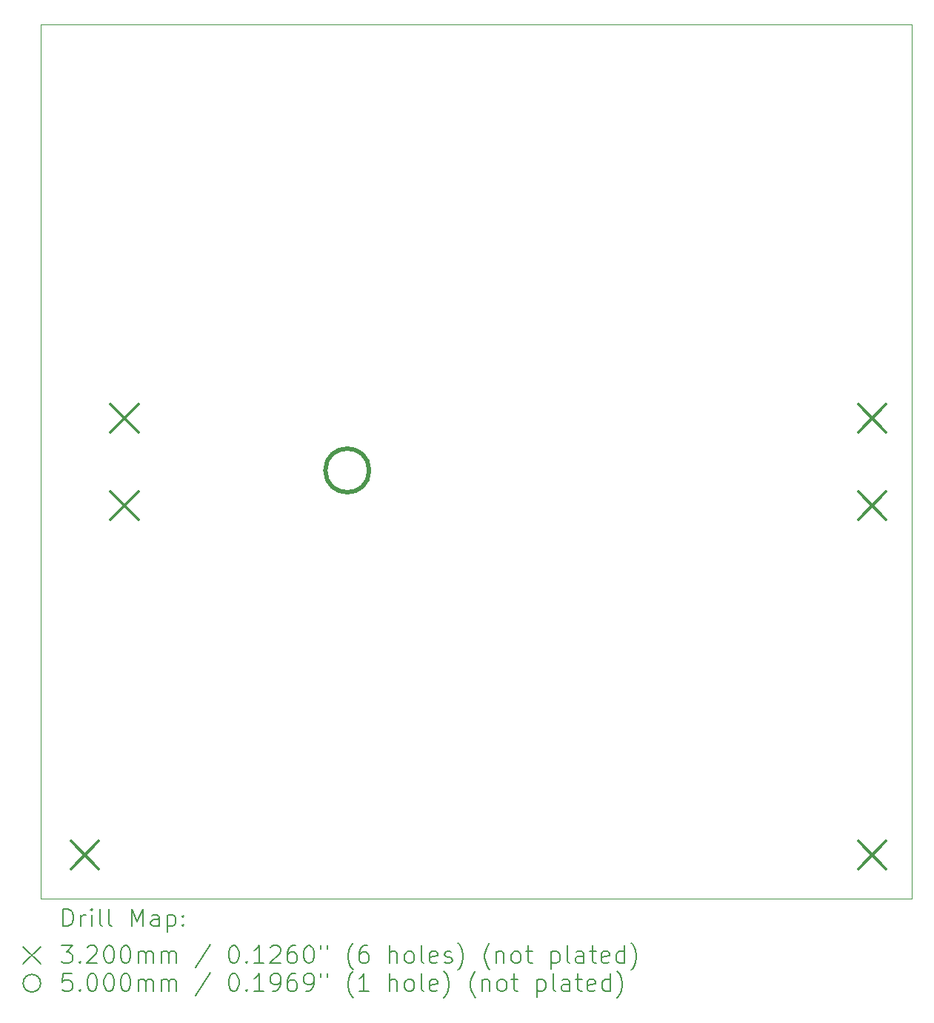
<source format=gbr>
%TF.GenerationSoftware,KiCad,Pcbnew,6.0.8+dfsg-1~bpo11+1+rpt1*%
%TF.CreationDate,2023-02-05T13:31:25+00:00*%
%TF.ProjectId,MaxDC,4d617844-432e-46b6-9963-61645f706362,0.3*%
%TF.SameCoordinates,Original*%
%TF.FileFunction,Drillmap*%
%TF.FilePolarity,Positive*%
%FSLAX45Y45*%
G04 Gerber Fmt 4.5, Leading zero omitted, Abs format (unit mm)*
G04 Created by KiCad (PCBNEW 6.0.8+dfsg-1~bpo11+1+rpt1) date 2023-02-05 13:31:25*
%MOMM*%
%LPD*%
G01*
G04 APERTURE LIST*
%ADD10C,0.100000*%
%ADD11C,0.200000*%
%ADD12C,0.320000*%
%ADD13C,0.500000*%
G04 APERTURE END LIST*
D10*
X19950000Y-15000000D02*
X10000000Y-15000000D01*
X10000000Y-15000000D02*
X10000000Y-5000000D01*
X10000000Y-5000000D02*
X19950000Y-5000000D01*
X19950000Y-5000000D02*
X19950000Y-15000000D01*
D11*
D12*
X10340000Y-14340000D02*
X10660000Y-14660000D01*
X10660000Y-14340000D02*
X10340000Y-14660000D01*
X10790000Y-9340000D02*
X11110000Y-9660000D01*
X11110000Y-9340000D02*
X10790000Y-9660000D01*
X10790000Y-10340000D02*
X11110000Y-10660000D01*
X11110000Y-10340000D02*
X10790000Y-10660000D01*
X19340000Y-9340000D02*
X19660000Y-9660000D01*
X19660000Y-9340000D02*
X19340000Y-9660000D01*
X19340000Y-10340000D02*
X19660000Y-10660000D01*
X19660000Y-10340000D02*
X19340000Y-10660000D01*
X19340000Y-14340000D02*
X19660000Y-14660000D01*
X19660000Y-14340000D02*
X19340000Y-14660000D01*
D13*
X13750000Y-10100000D02*
G75*
G03*
X13750000Y-10100000I-250000J0D01*
G01*
D11*
X10252619Y-15315476D02*
X10252619Y-15115476D01*
X10300238Y-15115476D01*
X10328810Y-15125000D01*
X10347857Y-15144048D01*
X10357381Y-15163095D01*
X10366905Y-15201190D01*
X10366905Y-15229762D01*
X10357381Y-15267857D01*
X10347857Y-15286905D01*
X10328810Y-15305952D01*
X10300238Y-15315476D01*
X10252619Y-15315476D01*
X10452619Y-15315476D02*
X10452619Y-15182143D01*
X10452619Y-15220238D02*
X10462143Y-15201190D01*
X10471667Y-15191667D01*
X10490714Y-15182143D01*
X10509762Y-15182143D01*
X10576429Y-15315476D02*
X10576429Y-15182143D01*
X10576429Y-15115476D02*
X10566905Y-15125000D01*
X10576429Y-15134524D01*
X10585952Y-15125000D01*
X10576429Y-15115476D01*
X10576429Y-15134524D01*
X10700238Y-15315476D02*
X10681190Y-15305952D01*
X10671667Y-15286905D01*
X10671667Y-15115476D01*
X10805000Y-15315476D02*
X10785952Y-15305952D01*
X10776429Y-15286905D01*
X10776429Y-15115476D01*
X11033571Y-15315476D02*
X11033571Y-15115476D01*
X11100238Y-15258333D01*
X11166905Y-15115476D01*
X11166905Y-15315476D01*
X11347857Y-15315476D02*
X11347857Y-15210714D01*
X11338333Y-15191667D01*
X11319286Y-15182143D01*
X11281190Y-15182143D01*
X11262143Y-15191667D01*
X11347857Y-15305952D02*
X11328809Y-15315476D01*
X11281190Y-15315476D01*
X11262143Y-15305952D01*
X11252619Y-15286905D01*
X11252619Y-15267857D01*
X11262143Y-15248809D01*
X11281190Y-15239286D01*
X11328809Y-15239286D01*
X11347857Y-15229762D01*
X11443095Y-15182143D02*
X11443095Y-15382143D01*
X11443095Y-15191667D02*
X11462143Y-15182143D01*
X11500238Y-15182143D01*
X11519286Y-15191667D01*
X11528809Y-15201190D01*
X11538333Y-15220238D01*
X11538333Y-15277381D01*
X11528809Y-15296428D01*
X11519286Y-15305952D01*
X11500238Y-15315476D01*
X11462143Y-15315476D01*
X11443095Y-15305952D01*
X11624048Y-15296428D02*
X11633571Y-15305952D01*
X11624048Y-15315476D01*
X11614524Y-15305952D01*
X11624048Y-15296428D01*
X11624048Y-15315476D01*
X11624048Y-15191667D02*
X11633571Y-15201190D01*
X11624048Y-15210714D01*
X11614524Y-15201190D01*
X11624048Y-15191667D01*
X11624048Y-15210714D01*
X9795000Y-15545000D02*
X9995000Y-15745000D01*
X9995000Y-15545000D02*
X9795000Y-15745000D01*
X10233571Y-15535476D02*
X10357381Y-15535476D01*
X10290714Y-15611667D01*
X10319286Y-15611667D01*
X10338333Y-15621190D01*
X10347857Y-15630714D01*
X10357381Y-15649762D01*
X10357381Y-15697381D01*
X10347857Y-15716428D01*
X10338333Y-15725952D01*
X10319286Y-15735476D01*
X10262143Y-15735476D01*
X10243095Y-15725952D01*
X10233571Y-15716428D01*
X10443095Y-15716428D02*
X10452619Y-15725952D01*
X10443095Y-15735476D01*
X10433571Y-15725952D01*
X10443095Y-15716428D01*
X10443095Y-15735476D01*
X10528810Y-15554524D02*
X10538333Y-15545000D01*
X10557381Y-15535476D01*
X10605000Y-15535476D01*
X10624048Y-15545000D01*
X10633571Y-15554524D01*
X10643095Y-15573571D01*
X10643095Y-15592619D01*
X10633571Y-15621190D01*
X10519286Y-15735476D01*
X10643095Y-15735476D01*
X10766905Y-15535476D02*
X10785952Y-15535476D01*
X10805000Y-15545000D01*
X10814524Y-15554524D01*
X10824048Y-15573571D01*
X10833571Y-15611667D01*
X10833571Y-15659286D01*
X10824048Y-15697381D01*
X10814524Y-15716428D01*
X10805000Y-15725952D01*
X10785952Y-15735476D01*
X10766905Y-15735476D01*
X10747857Y-15725952D01*
X10738333Y-15716428D01*
X10728810Y-15697381D01*
X10719286Y-15659286D01*
X10719286Y-15611667D01*
X10728810Y-15573571D01*
X10738333Y-15554524D01*
X10747857Y-15545000D01*
X10766905Y-15535476D01*
X10957381Y-15535476D02*
X10976429Y-15535476D01*
X10995476Y-15545000D01*
X11005000Y-15554524D01*
X11014524Y-15573571D01*
X11024048Y-15611667D01*
X11024048Y-15659286D01*
X11014524Y-15697381D01*
X11005000Y-15716428D01*
X10995476Y-15725952D01*
X10976429Y-15735476D01*
X10957381Y-15735476D01*
X10938333Y-15725952D01*
X10928810Y-15716428D01*
X10919286Y-15697381D01*
X10909762Y-15659286D01*
X10909762Y-15611667D01*
X10919286Y-15573571D01*
X10928810Y-15554524D01*
X10938333Y-15545000D01*
X10957381Y-15535476D01*
X11109762Y-15735476D02*
X11109762Y-15602143D01*
X11109762Y-15621190D02*
X11119286Y-15611667D01*
X11138333Y-15602143D01*
X11166905Y-15602143D01*
X11185952Y-15611667D01*
X11195476Y-15630714D01*
X11195476Y-15735476D01*
X11195476Y-15630714D02*
X11205000Y-15611667D01*
X11224048Y-15602143D01*
X11252619Y-15602143D01*
X11271667Y-15611667D01*
X11281190Y-15630714D01*
X11281190Y-15735476D01*
X11376428Y-15735476D02*
X11376428Y-15602143D01*
X11376428Y-15621190D02*
X11385952Y-15611667D01*
X11405000Y-15602143D01*
X11433571Y-15602143D01*
X11452619Y-15611667D01*
X11462143Y-15630714D01*
X11462143Y-15735476D01*
X11462143Y-15630714D02*
X11471667Y-15611667D01*
X11490714Y-15602143D01*
X11519286Y-15602143D01*
X11538333Y-15611667D01*
X11547857Y-15630714D01*
X11547857Y-15735476D01*
X11938333Y-15525952D02*
X11766905Y-15783095D01*
X12195476Y-15535476D02*
X12214524Y-15535476D01*
X12233571Y-15545000D01*
X12243095Y-15554524D01*
X12252619Y-15573571D01*
X12262143Y-15611667D01*
X12262143Y-15659286D01*
X12252619Y-15697381D01*
X12243095Y-15716428D01*
X12233571Y-15725952D01*
X12214524Y-15735476D01*
X12195476Y-15735476D01*
X12176428Y-15725952D01*
X12166905Y-15716428D01*
X12157381Y-15697381D01*
X12147857Y-15659286D01*
X12147857Y-15611667D01*
X12157381Y-15573571D01*
X12166905Y-15554524D01*
X12176428Y-15545000D01*
X12195476Y-15535476D01*
X12347857Y-15716428D02*
X12357381Y-15725952D01*
X12347857Y-15735476D01*
X12338333Y-15725952D01*
X12347857Y-15716428D01*
X12347857Y-15735476D01*
X12547857Y-15735476D02*
X12433571Y-15735476D01*
X12490714Y-15735476D02*
X12490714Y-15535476D01*
X12471667Y-15564048D01*
X12452619Y-15583095D01*
X12433571Y-15592619D01*
X12624048Y-15554524D02*
X12633571Y-15545000D01*
X12652619Y-15535476D01*
X12700238Y-15535476D01*
X12719286Y-15545000D01*
X12728809Y-15554524D01*
X12738333Y-15573571D01*
X12738333Y-15592619D01*
X12728809Y-15621190D01*
X12614524Y-15735476D01*
X12738333Y-15735476D01*
X12909762Y-15535476D02*
X12871667Y-15535476D01*
X12852619Y-15545000D01*
X12843095Y-15554524D01*
X12824048Y-15583095D01*
X12814524Y-15621190D01*
X12814524Y-15697381D01*
X12824048Y-15716428D01*
X12833571Y-15725952D01*
X12852619Y-15735476D01*
X12890714Y-15735476D01*
X12909762Y-15725952D01*
X12919286Y-15716428D01*
X12928809Y-15697381D01*
X12928809Y-15649762D01*
X12919286Y-15630714D01*
X12909762Y-15621190D01*
X12890714Y-15611667D01*
X12852619Y-15611667D01*
X12833571Y-15621190D01*
X12824048Y-15630714D01*
X12814524Y-15649762D01*
X13052619Y-15535476D02*
X13071667Y-15535476D01*
X13090714Y-15545000D01*
X13100238Y-15554524D01*
X13109762Y-15573571D01*
X13119286Y-15611667D01*
X13119286Y-15659286D01*
X13109762Y-15697381D01*
X13100238Y-15716428D01*
X13090714Y-15725952D01*
X13071667Y-15735476D01*
X13052619Y-15735476D01*
X13033571Y-15725952D01*
X13024048Y-15716428D01*
X13014524Y-15697381D01*
X13005000Y-15659286D01*
X13005000Y-15611667D01*
X13014524Y-15573571D01*
X13024048Y-15554524D01*
X13033571Y-15545000D01*
X13052619Y-15535476D01*
X13195476Y-15535476D02*
X13195476Y-15573571D01*
X13271667Y-15535476D02*
X13271667Y-15573571D01*
X13566905Y-15811667D02*
X13557381Y-15802143D01*
X13538333Y-15773571D01*
X13528809Y-15754524D01*
X13519286Y-15725952D01*
X13509762Y-15678333D01*
X13509762Y-15640238D01*
X13519286Y-15592619D01*
X13528809Y-15564048D01*
X13538333Y-15545000D01*
X13557381Y-15516428D01*
X13566905Y-15506905D01*
X13728809Y-15535476D02*
X13690714Y-15535476D01*
X13671667Y-15545000D01*
X13662143Y-15554524D01*
X13643095Y-15583095D01*
X13633571Y-15621190D01*
X13633571Y-15697381D01*
X13643095Y-15716428D01*
X13652619Y-15725952D01*
X13671667Y-15735476D01*
X13709762Y-15735476D01*
X13728809Y-15725952D01*
X13738333Y-15716428D01*
X13747857Y-15697381D01*
X13747857Y-15649762D01*
X13738333Y-15630714D01*
X13728809Y-15621190D01*
X13709762Y-15611667D01*
X13671667Y-15611667D01*
X13652619Y-15621190D01*
X13643095Y-15630714D01*
X13633571Y-15649762D01*
X13985952Y-15735476D02*
X13985952Y-15535476D01*
X14071667Y-15735476D02*
X14071667Y-15630714D01*
X14062143Y-15611667D01*
X14043095Y-15602143D01*
X14014524Y-15602143D01*
X13995476Y-15611667D01*
X13985952Y-15621190D01*
X14195476Y-15735476D02*
X14176428Y-15725952D01*
X14166905Y-15716428D01*
X14157381Y-15697381D01*
X14157381Y-15640238D01*
X14166905Y-15621190D01*
X14176428Y-15611667D01*
X14195476Y-15602143D01*
X14224048Y-15602143D01*
X14243095Y-15611667D01*
X14252619Y-15621190D01*
X14262143Y-15640238D01*
X14262143Y-15697381D01*
X14252619Y-15716428D01*
X14243095Y-15725952D01*
X14224048Y-15735476D01*
X14195476Y-15735476D01*
X14376428Y-15735476D02*
X14357381Y-15725952D01*
X14347857Y-15706905D01*
X14347857Y-15535476D01*
X14528809Y-15725952D02*
X14509762Y-15735476D01*
X14471667Y-15735476D01*
X14452619Y-15725952D01*
X14443095Y-15706905D01*
X14443095Y-15630714D01*
X14452619Y-15611667D01*
X14471667Y-15602143D01*
X14509762Y-15602143D01*
X14528809Y-15611667D01*
X14538333Y-15630714D01*
X14538333Y-15649762D01*
X14443095Y-15668809D01*
X14614524Y-15725952D02*
X14633571Y-15735476D01*
X14671667Y-15735476D01*
X14690714Y-15725952D01*
X14700238Y-15706905D01*
X14700238Y-15697381D01*
X14690714Y-15678333D01*
X14671667Y-15668809D01*
X14643095Y-15668809D01*
X14624048Y-15659286D01*
X14614524Y-15640238D01*
X14614524Y-15630714D01*
X14624048Y-15611667D01*
X14643095Y-15602143D01*
X14671667Y-15602143D01*
X14690714Y-15611667D01*
X14766905Y-15811667D02*
X14776428Y-15802143D01*
X14795476Y-15773571D01*
X14805000Y-15754524D01*
X14814524Y-15725952D01*
X14824048Y-15678333D01*
X14824048Y-15640238D01*
X14814524Y-15592619D01*
X14805000Y-15564048D01*
X14795476Y-15545000D01*
X14776428Y-15516428D01*
X14766905Y-15506905D01*
X15128809Y-15811667D02*
X15119286Y-15802143D01*
X15100238Y-15773571D01*
X15090714Y-15754524D01*
X15081190Y-15725952D01*
X15071667Y-15678333D01*
X15071667Y-15640238D01*
X15081190Y-15592619D01*
X15090714Y-15564048D01*
X15100238Y-15545000D01*
X15119286Y-15516428D01*
X15128809Y-15506905D01*
X15205000Y-15602143D02*
X15205000Y-15735476D01*
X15205000Y-15621190D02*
X15214524Y-15611667D01*
X15233571Y-15602143D01*
X15262143Y-15602143D01*
X15281190Y-15611667D01*
X15290714Y-15630714D01*
X15290714Y-15735476D01*
X15414524Y-15735476D02*
X15395476Y-15725952D01*
X15385952Y-15716428D01*
X15376428Y-15697381D01*
X15376428Y-15640238D01*
X15385952Y-15621190D01*
X15395476Y-15611667D01*
X15414524Y-15602143D01*
X15443095Y-15602143D01*
X15462143Y-15611667D01*
X15471667Y-15621190D01*
X15481190Y-15640238D01*
X15481190Y-15697381D01*
X15471667Y-15716428D01*
X15462143Y-15725952D01*
X15443095Y-15735476D01*
X15414524Y-15735476D01*
X15538333Y-15602143D02*
X15614524Y-15602143D01*
X15566905Y-15535476D02*
X15566905Y-15706905D01*
X15576428Y-15725952D01*
X15595476Y-15735476D01*
X15614524Y-15735476D01*
X15833571Y-15602143D02*
X15833571Y-15802143D01*
X15833571Y-15611667D02*
X15852619Y-15602143D01*
X15890714Y-15602143D01*
X15909762Y-15611667D01*
X15919286Y-15621190D01*
X15928809Y-15640238D01*
X15928809Y-15697381D01*
X15919286Y-15716428D01*
X15909762Y-15725952D01*
X15890714Y-15735476D01*
X15852619Y-15735476D01*
X15833571Y-15725952D01*
X16043095Y-15735476D02*
X16024048Y-15725952D01*
X16014524Y-15706905D01*
X16014524Y-15535476D01*
X16205000Y-15735476D02*
X16205000Y-15630714D01*
X16195476Y-15611667D01*
X16176428Y-15602143D01*
X16138333Y-15602143D01*
X16119286Y-15611667D01*
X16205000Y-15725952D02*
X16185952Y-15735476D01*
X16138333Y-15735476D01*
X16119286Y-15725952D01*
X16109762Y-15706905D01*
X16109762Y-15687857D01*
X16119286Y-15668809D01*
X16138333Y-15659286D01*
X16185952Y-15659286D01*
X16205000Y-15649762D01*
X16271667Y-15602143D02*
X16347857Y-15602143D01*
X16300238Y-15535476D02*
X16300238Y-15706905D01*
X16309762Y-15725952D01*
X16328809Y-15735476D01*
X16347857Y-15735476D01*
X16490714Y-15725952D02*
X16471667Y-15735476D01*
X16433571Y-15735476D01*
X16414524Y-15725952D01*
X16405000Y-15706905D01*
X16405000Y-15630714D01*
X16414524Y-15611667D01*
X16433571Y-15602143D01*
X16471667Y-15602143D01*
X16490714Y-15611667D01*
X16500238Y-15630714D01*
X16500238Y-15649762D01*
X16405000Y-15668809D01*
X16671667Y-15735476D02*
X16671667Y-15535476D01*
X16671667Y-15725952D02*
X16652619Y-15735476D01*
X16614524Y-15735476D01*
X16595476Y-15725952D01*
X16585952Y-15716428D01*
X16576428Y-15697381D01*
X16576428Y-15640238D01*
X16585952Y-15621190D01*
X16595476Y-15611667D01*
X16614524Y-15602143D01*
X16652619Y-15602143D01*
X16671667Y-15611667D01*
X16747857Y-15811667D02*
X16757381Y-15802143D01*
X16776428Y-15773571D01*
X16785952Y-15754524D01*
X16795476Y-15725952D01*
X16805000Y-15678333D01*
X16805000Y-15640238D01*
X16795476Y-15592619D01*
X16785952Y-15564048D01*
X16776428Y-15545000D01*
X16757381Y-15516428D01*
X16747857Y-15506905D01*
X9995000Y-15965000D02*
G75*
G03*
X9995000Y-15965000I-100000J0D01*
G01*
X10347857Y-15855476D02*
X10252619Y-15855476D01*
X10243095Y-15950714D01*
X10252619Y-15941190D01*
X10271667Y-15931667D01*
X10319286Y-15931667D01*
X10338333Y-15941190D01*
X10347857Y-15950714D01*
X10357381Y-15969762D01*
X10357381Y-16017381D01*
X10347857Y-16036428D01*
X10338333Y-16045952D01*
X10319286Y-16055476D01*
X10271667Y-16055476D01*
X10252619Y-16045952D01*
X10243095Y-16036428D01*
X10443095Y-16036428D02*
X10452619Y-16045952D01*
X10443095Y-16055476D01*
X10433571Y-16045952D01*
X10443095Y-16036428D01*
X10443095Y-16055476D01*
X10576429Y-15855476D02*
X10595476Y-15855476D01*
X10614524Y-15865000D01*
X10624048Y-15874524D01*
X10633571Y-15893571D01*
X10643095Y-15931667D01*
X10643095Y-15979286D01*
X10633571Y-16017381D01*
X10624048Y-16036428D01*
X10614524Y-16045952D01*
X10595476Y-16055476D01*
X10576429Y-16055476D01*
X10557381Y-16045952D01*
X10547857Y-16036428D01*
X10538333Y-16017381D01*
X10528810Y-15979286D01*
X10528810Y-15931667D01*
X10538333Y-15893571D01*
X10547857Y-15874524D01*
X10557381Y-15865000D01*
X10576429Y-15855476D01*
X10766905Y-15855476D02*
X10785952Y-15855476D01*
X10805000Y-15865000D01*
X10814524Y-15874524D01*
X10824048Y-15893571D01*
X10833571Y-15931667D01*
X10833571Y-15979286D01*
X10824048Y-16017381D01*
X10814524Y-16036428D01*
X10805000Y-16045952D01*
X10785952Y-16055476D01*
X10766905Y-16055476D01*
X10747857Y-16045952D01*
X10738333Y-16036428D01*
X10728810Y-16017381D01*
X10719286Y-15979286D01*
X10719286Y-15931667D01*
X10728810Y-15893571D01*
X10738333Y-15874524D01*
X10747857Y-15865000D01*
X10766905Y-15855476D01*
X10957381Y-15855476D02*
X10976429Y-15855476D01*
X10995476Y-15865000D01*
X11005000Y-15874524D01*
X11014524Y-15893571D01*
X11024048Y-15931667D01*
X11024048Y-15979286D01*
X11014524Y-16017381D01*
X11005000Y-16036428D01*
X10995476Y-16045952D01*
X10976429Y-16055476D01*
X10957381Y-16055476D01*
X10938333Y-16045952D01*
X10928810Y-16036428D01*
X10919286Y-16017381D01*
X10909762Y-15979286D01*
X10909762Y-15931667D01*
X10919286Y-15893571D01*
X10928810Y-15874524D01*
X10938333Y-15865000D01*
X10957381Y-15855476D01*
X11109762Y-16055476D02*
X11109762Y-15922143D01*
X11109762Y-15941190D02*
X11119286Y-15931667D01*
X11138333Y-15922143D01*
X11166905Y-15922143D01*
X11185952Y-15931667D01*
X11195476Y-15950714D01*
X11195476Y-16055476D01*
X11195476Y-15950714D02*
X11205000Y-15931667D01*
X11224048Y-15922143D01*
X11252619Y-15922143D01*
X11271667Y-15931667D01*
X11281190Y-15950714D01*
X11281190Y-16055476D01*
X11376428Y-16055476D02*
X11376428Y-15922143D01*
X11376428Y-15941190D02*
X11385952Y-15931667D01*
X11405000Y-15922143D01*
X11433571Y-15922143D01*
X11452619Y-15931667D01*
X11462143Y-15950714D01*
X11462143Y-16055476D01*
X11462143Y-15950714D02*
X11471667Y-15931667D01*
X11490714Y-15922143D01*
X11519286Y-15922143D01*
X11538333Y-15931667D01*
X11547857Y-15950714D01*
X11547857Y-16055476D01*
X11938333Y-15845952D02*
X11766905Y-16103095D01*
X12195476Y-15855476D02*
X12214524Y-15855476D01*
X12233571Y-15865000D01*
X12243095Y-15874524D01*
X12252619Y-15893571D01*
X12262143Y-15931667D01*
X12262143Y-15979286D01*
X12252619Y-16017381D01*
X12243095Y-16036428D01*
X12233571Y-16045952D01*
X12214524Y-16055476D01*
X12195476Y-16055476D01*
X12176428Y-16045952D01*
X12166905Y-16036428D01*
X12157381Y-16017381D01*
X12147857Y-15979286D01*
X12147857Y-15931667D01*
X12157381Y-15893571D01*
X12166905Y-15874524D01*
X12176428Y-15865000D01*
X12195476Y-15855476D01*
X12347857Y-16036428D02*
X12357381Y-16045952D01*
X12347857Y-16055476D01*
X12338333Y-16045952D01*
X12347857Y-16036428D01*
X12347857Y-16055476D01*
X12547857Y-16055476D02*
X12433571Y-16055476D01*
X12490714Y-16055476D02*
X12490714Y-15855476D01*
X12471667Y-15884048D01*
X12452619Y-15903095D01*
X12433571Y-15912619D01*
X12643095Y-16055476D02*
X12681190Y-16055476D01*
X12700238Y-16045952D01*
X12709762Y-16036428D01*
X12728809Y-16007857D01*
X12738333Y-15969762D01*
X12738333Y-15893571D01*
X12728809Y-15874524D01*
X12719286Y-15865000D01*
X12700238Y-15855476D01*
X12662143Y-15855476D01*
X12643095Y-15865000D01*
X12633571Y-15874524D01*
X12624048Y-15893571D01*
X12624048Y-15941190D01*
X12633571Y-15960238D01*
X12643095Y-15969762D01*
X12662143Y-15979286D01*
X12700238Y-15979286D01*
X12719286Y-15969762D01*
X12728809Y-15960238D01*
X12738333Y-15941190D01*
X12909762Y-15855476D02*
X12871667Y-15855476D01*
X12852619Y-15865000D01*
X12843095Y-15874524D01*
X12824048Y-15903095D01*
X12814524Y-15941190D01*
X12814524Y-16017381D01*
X12824048Y-16036428D01*
X12833571Y-16045952D01*
X12852619Y-16055476D01*
X12890714Y-16055476D01*
X12909762Y-16045952D01*
X12919286Y-16036428D01*
X12928809Y-16017381D01*
X12928809Y-15969762D01*
X12919286Y-15950714D01*
X12909762Y-15941190D01*
X12890714Y-15931667D01*
X12852619Y-15931667D01*
X12833571Y-15941190D01*
X12824048Y-15950714D01*
X12814524Y-15969762D01*
X13024048Y-16055476D02*
X13062143Y-16055476D01*
X13081190Y-16045952D01*
X13090714Y-16036428D01*
X13109762Y-16007857D01*
X13119286Y-15969762D01*
X13119286Y-15893571D01*
X13109762Y-15874524D01*
X13100238Y-15865000D01*
X13081190Y-15855476D01*
X13043095Y-15855476D01*
X13024048Y-15865000D01*
X13014524Y-15874524D01*
X13005000Y-15893571D01*
X13005000Y-15941190D01*
X13014524Y-15960238D01*
X13024048Y-15969762D01*
X13043095Y-15979286D01*
X13081190Y-15979286D01*
X13100238Y-15969762D01*
X13109762Y-15960238D01*
X13119286Y-15941190D01*
X13195476Y-15855476D02*
X13195476Y-15893571D01*
X13271667Y-15855476D02*
X13271667Y-15893571D01*
X13566905Y-16131667D02*
X13557381Y-16122143D01*
X13538333Y-16093571D01*
X13528809Y-16074524D01*
X13519286Y-16045952D01*
X13509762Y-15998333D01*
X13509762Y-15960238D01*
X13519286Y-15912619D01*
X13528809Y-15884048D01*
X13538333Y-15865000D01*
X13557381Y-15836428D01*
X13566905Y-15826905D01*
X13747857Y-16055476D02*
X13633571Y-16055476D01*
X13690714Y-16055476D02*
X13690714Y-15855476D01*
X13671667Y-15884048D01*
X13652619Y-15903095D01*
X13633571Y-15912619D01*
X13985952Y-16055476D02*
X13985952Y-15855476D01*
X14071667Y-16055476D02*
X14071667Y-15950714D01*
X14062143Y-15931667D01*
X14043095Y-15922143D01*
X14014524Y-15922143D01*
X13995476Y-15931667D01*
X13985952Y-15941190D01*
X14195476Y-16055476D02*
X14176428Y-16045952D01*
X14166905Y-16036428D01*
X14157381Y-16017381D01*
X14157381Y-15960238D01*
X14166905Y-15941190D01*
X14176428Y-15931667D01*
X14195476Y-15922143D01*
X14224048Y-15922143D01*
X14243095Y-15931667D01*
X14252619Y-15941190D01*
X14262143Y-15960238D01*
X14262143Y-16017381D01*
X14252619Y-16036428D01*
X14243095Y-16045952D01*
X14224048Y-16055476D01*
X14195476Y-16055476D01*
X14376428Y-16055476D02*
X14357381Y-16045952D01*
X14347857Y-16026905D01*
X14347857Y-15855476D01*
X14528809Y-16045952D02*
X14509762Y-16055476D01*
X14471667Y-16055476D01*
X14452619Y-16045952D01*
X14443095Y-16026905D01*
X14443095Y-15950714D01*
X14452619Y-15931667D01*
X14471667Y-15922143D01*
X14509762Y-15922143D01*
X14528809Y-15931667D01*
X14538333Y-15950714D01*
X14538333Y-15969762D01*
X14443095Y-15988809D01*
X14605000Y-16131667D02*
X14614524Y-16122143D01*
X14633571Y-16093571D01*
X14643095Y-16074524D01*
X14652619Y-16045952D01*
X14662143Y-15998333D01*
X14662143Y-15960238D01*
X14652619Y-15912619D01*
X14643095Y-15884048D01*
X14633571Y-15865000D01*
X14614524Y-15836428D01*
X14605000Y-15826905D01*
X14966905Y-16131667D02*
X14957381Y-16122143D01*
X14938333Y-16093571D01*
X14928809Y-16074524D01*
X14919286Y-16045952D01*
X14909762Y-15998333D01*
X14909762Y-15960238D01*
X14919286Y-15912619D01*
X14928809Y-15884048D01*
X14938333Y-15865000D01*
X14957381Y-15836428D01*
X14966905Y-15826905D01*
X15043095Y-15922143D02*
X15043095Y-16055476D01*
X15043095Y-15941190D02*
X15052619Y-15931667D01*
X15071667Y-15922143D01*
X15100238Y-15922143D01*
X15119286Y-15931667D01*
X15128809Y-15950714D01*
X15128809Y-16055476D01*
X15252619Y-16055476D02*
X15233571Y-16045952D01*
X15224048Y-16036428D01*
X15214524Y-16017381D01*
X15214524Y-15960238D01*
X15224048Y-15941190D01*
X15233571Y-15931667D01*
X15252619Y-15922143D01*
X15281190Y-15922143D01*
X15300238Y-15931667D01*
X15309762Y-15941190D01*
X15319286Y-15960238D01*
X15319286Y-16017381D01*
X15309762Y-16036428D01*
X15300238Y-16045952D01*
X15281190Y-16055476D01*
X15252619Y-16055476D01*
X15376428Y-15922143D02*
X15452619Y-15922143D01*
X15405000Y-15855476D02*
X15405000Y-16026905D01*
X15414524Y-16045952D01*
X15433571Y-16055476D01*
X15452619Y-16055476D01*
X15671667Y-15922143D02*
X15671667Y-16122143D01*
X15671667Y-15931667D02*
X15690714Y-15922143D01*
X15728809Y-15922143D01*
X15747857Y-15931667D01*
X15757381Y-15941190D01*
X15766905Y-15960238D01*
X15766905Y-16017381D01*
X15757381Y-16036428D01*
X15747857Y-16045952D01*
X15728809Y-16055476D01*
X15690714Y-16055476D01*
X15671667Y-16045952D01*
X15881190Y-16055476D02*
X15862143Y-16045952D01*
X15852619Y-16026905D01*
X15852619Y-15855476D01*
X16043095Y-16055476D02*
X16043095Y-15950714D01*
X16033571Y-15931667D01*
X16014524Y-15922143D01*
X15976428Y-15922143D01*
X15957381Y-15931667D01*
X16043095Y-16045952D02*
X16024048Y-16055476D01*
X15976428Y-16055476D01*
X15957381Y-16045952D01*
X15947857Y-16026905D01*
X15947857Y-16007857D01*
X15957381Y-15988809D01*
X15976428Y-15979286D01*
X16024048Y-15979286D01*
X16043095Y-15969762D01*
X16109762Y-15922143D02*
X16185952Y-15922143D01*
X16138333Y-15855476D02*
X16138333Y-16026905D01*
X16147857Y-16045952D01*
X16166905Y-16055476D01*
X16185952Y-16055476D01*
X16328809Y-16045952D02*
X16309762Y-16055476D01*
X16271667Y-16055476D01*
X16252619Y-16045952D01*
X16243095Y-16026905D01*
X16243095Y-15950714D01*
X16252619Y-15931667D01*
X16271667Y-15922143D01*
X16309762Y-15922143D01*
X16328809Y-15931667D01*
X16338333Y-15950714D01*
X16338333Y-15969762D01*
X16243095Y-15988809D01*
X16509762Y-16055476D02*
X16509762Y-15855476D01*
X16509762Y-16045952D02*
X16490714Y-16055476D01*
X16452619Y-16055476D01*
X16433571Y-16045952D01*
X16424048Y-16036428D01*
X16414524Y-16017381D01*
X16414524Y-15960238D01*
X16424048Y-15941190D01*
X16433571Y-15931667D01*
X16452619Y-15922143D01*
X16490714Y-15922143D01*
X16509762Y-15931667D01*
X16585952Y-16131667D02*
X16595476Y-16122143D01*
X16614524Y-16093571D01*
X16624048Y-16074524D01*
X16633571Y-16045952D01*
X16643095Y-15998333D01*
X16643095Y-15960238D01*
X16633571Y-15912619D01*
X16624048Y-15884048D01*
X16614524Y-15865000D01*
X16595476Y-15836428D01*
X16585952Y-15826905D01*
M02*

</source>
